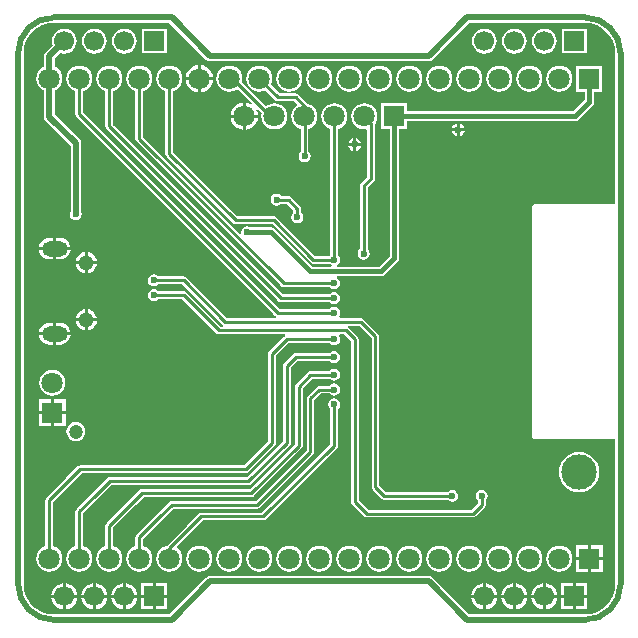
<source format=gbl>
G04 Layer_Physical_Order=2*
G04 Layer_Color=16711680*
%FSLAX44Y44*%
%MOMM*%
G71*
G01*
G75*
%ADD29C,0.2500*%
%ADD30C,0.2540*%
%ADD31C,0.4000*%
%ADD32C,0.5000*%
%ADD33C,1.8000*%
%ADD34R,1.8000X1.8000*%
%ADD35C,1.2000*%
%ADD36C,3.0000*%
%ADD37R,1.7000X1.7000*%
%ADD38C,1.7000*%
%ADD39R,1.8000X1.8000*%
%ADD40C,1.3000*%
%ADD41O,2.2000X1.3000*%
%ADD42C,0.6000*%
G36*
X28600Y504712D02*
X126699Y504712D01*
X157856Y473556D01*
X159344Y472561D01*
X161100Y472212D01*
X346100Y472212D01*
X346100Y472212D01*
X347856Y472561D01*
X349344Y473556D01*
X380500Y504712D01*
X477335Y504712D01*
X478600Y504712D01*
X479854Y504672D01*
X483574Y504306D01*
X488357Y502855D01*
X492765Y500499D01*
X496628Y497328D01*
X499799Y493465D01*
X502155Y489057D01*
X503606Y484274D01*
X504068Y479582D01*
X504012Y479300D01*
Y351339D01*
X436100D01*
X435320Y351184D01*
X434658Y350742D01*
X434216Y350080D01*
X434061Y349300D01*
Y154300D01*
X434216Y153520D01*
X434658Y152858D01*
X435320Y152416D01*
X436100Y152261D01*
X504012D01*
Y29300D01*
X504068Y29018D01*
X503606Y24326D01*
X502155Y19543D01*
X499799Y15135D01*
X496628Y11272D01*
X492765Y8101D01*
X488357Y5745D01*
X483574Y4294D01*
X478882Y3832D01*
X478600Y3888D01*
X380500Y3888D01*
X349344Y35044D01*
X349344Y35044D01*
X347856Y36039D01*
X346100Y36388D01*
X161100Y36388D01*
X159344Y36039D01*
X157856Y35044D01*
X126699Y3888D01*
X28600Y3888D01*
X28318Y3832D01*
X23626Y4294D01*
X18843Y5745D01*
X14435Y8101D01*
X10572Y11272D01*
X7401Y15135D01*
X5045Y19543D01*
X3594Y24326D01*
X3132Y29018D01*
X3188Y29300D01*
Y479300D01*
X3132Y479582D01*
X3594Y484274D01*
X5045Y489057D01*
X7401Y493465D01*
X10572Y497328D01*
X14435Y500499D01*
X18843Y502855D01*
X23626Y504306D01*
X28318Y504768D01*
X28600Y504712D01*
D02*
G37*
%LPC*%
G36*
X228200Y62195D02*
X225328Y61817D01*
X222652Y60708D01*
X220355Y58945D01*
X218591Y56647D01*
X217483Y53972D01*
X217105Y51100D01*
X217483Y48228D01*
X218591Y45553D01*
X220355Y43255D01*
X222652Y41491D01*
X225328Y40383D01*
X228200Y40005D01*
X231072Y40383D01*
X233748Y41491D01*
X236045Y43255D01*
X237808Y45553D01*
X238917Y48228D01*
X239295Y51100D01*
X238917Y53972D01*
X237808Y56647D01*
X236045Y58945D01*
X233748Y60708D01*
X231072Y61817D01*
X228200Y62195D01*
D02*
G37*
G36*
X202800D02*
X199928Y61817D01*
X197253Y60708D01*
X194955Y58945D01*
X193192Y56647D01*
X192083Y53972D01*
X191705Y51100D01*
X192083Y48228D01*
X193192Y45553D01*
X194955Y43255D01*
X197253Y41491D01*
X199928Y40383D01*
X202800Y40005D01*
X205672Y40383D01*
X208347Y41491D01*
X210645Y43255D01*
X212409Y45553D01*
X213517Y48228D01*
X213895Y51100D01*
X213517Y53972D01*
X212409Y56647D01*
X210645Y58945D01*
X208347Y60708D01*
X205672Y61817D01*
X202800Y62195D01*
D02*
G37*
G36*
X177400D02*
X174528Y61817D01*
X171852Y60708D01*
X169555Y58945D01*
X167792Y56647D01*
X166683Y53972D01*
X166305Y51100D01*
X166683Y48228D01*
X167792Y45553D01*
X169555Y43255D01*
X171852Y41491D01*
X174528Y40383D01*
X177400Y40005D01*
X180272Y40383D01*
X182948Y41491D01*
X185245Y43255D01*
X187008Y45553D01*
X188117Y48228D01*
X188495Y51100D01*
X188117Y53972D01*
X187008Y56647D01*
X185245Y58945D01*
X182948Y60708D01*
X180272Y61817D01*
X177400Y62195D01*
D02*
G37*
G36*
X253600D02*
X250728Y61817D01*
X248053Y60708D01*
X245755Y58945D01*
X243992Y56647D01*
X242883Y53972D01*
X242505Y51100D01*
X242883Y48228D01*
X243992Y45553D01*
X245755Y43255D01*
X248053Y41491D01*
X250728Y40383D01*
X253600Y40005D01*
X256472Y40383D01*
X259147Y41491D01*
X261445Y43255D01*
X263209Y45553D01*
X264317Y48228D01*
X264695Y51100D01*
X264317Y53972D01*
X263209Y56647D01*
X261445Y58945D01*
X259147Y60708D01*
X256472Y61817D01*
X253600Y62195D01*
D02*
G37*
G36*
X329800D02*
X326928Y61817D01*
X324253Y60708D01*
X321955Y58945D01*
X320191Y56647D01*
X319083Y53972D01*
X318705Y51100D01*
X319083Y48228D01*
X320191Y45553D01*
X321955Y43255D01*
X324253Y41491D01*
X326928Y40383D01*
X329800Y40005D01*
X332672Y40383D01*
X335348Y41491D01*
X337645Y43255D01*
X339408Y45553D01*
X340517Y48228D01*
X340895Y51100D01*
X340517Y53972D01*
X339408Y56647D01*
X337645Y58945D01*
X335348Y60708D01*
X332672Y61817D01*
X329800Y62195D01*
D02*
G37*
G36*
X304400D02*
X301528Y61817D01*
X298853Y60708D01*
X296555Y58945D01*
X294792Y56647D01*
X293683Y53972D01*
X293305Y51100D01*
X293683Y48228D01*
X294792Y45553D01*
X296555Y43255D01*
X298853Y41491D01*
X301528Y40383D01*
X304400Y40005D01*
X307272Y40383D01*
X309947Y41491D01*
X312245Y43255D01*
X314009Y45553D01*
X315117Y48228D01*
X315495Y51100D01*
X315117Y53972D01*
X314009Y56647D01*
X312245Y58945D01*
X309947Y60708D01*
X307272Y61817D01*
X304400Y62195D01*
D02*
G37*
G36*
X279000D02*
X276128Y61817D01*
X273452Y60708D01*
X271155Y58945D01*
X269391Y56647D01*
X268283Y53972D01*
X267905Y51100D01*
X268283Y48228D01*
X269391Y45553D01*
X271155Y43255D01*
X273452Y41491D01*
X276128Y40383D01*
X279000Y40005D01*
X281872Y40383D01*
X284548Y41491D01*
X286845Y43255D01*
X288608Y45553D01*
X289717Y48228D01*
X290095Y51100D01*
X289717Y53972D01*
X288608Y56647D01*
X286845Y58945D01*
X284548Y60708D01*
X281872Y61817D01*
X279000Y62195D01*
D02*
G37*
G36*
X445370Y30268D02*
Y20570D01*
X455068D01*
X454856Y22182D01*
X453743Y24868D01*
X451974Y27174D01*
X449668Y28943D01*
X446982Y30056D01*
X445370Y30268D01*
D02*
G37*
G36*
X419970D02*
Y20570D01*
X429668D01*
X429456Y22182D01*
X428343Y24868D01*
X426574Y27174D01*
X424268Y28943D01*
X421582Y30056D01*
X419970Y30268D01*
D02*
G37*
G36*
X480540Y30340D02*
X470770D01*
Y20570D01*
X480540D01*
Y30340D01*
D02*
G37*
G36*
X480930Y49830D02*
X470660D01*
Y39560D01*
X480930D01*
Y49830D01*
D02*
G37*
G36*
X152000Y62195D02*
X149128Y61817D01*
X146453Y60708D01*
X144155Y58945D01*
X142392Y56647D01*
X141283Y53972D01*
X140905Y51100D01*
X141283Y48228D01*
X142392Y45553D01*
X144155Y43255D01*
X146453Y41491D01*
X149128Y40383D01*
X152000Y40005D01*
X154872Y40383D01*
X157548Y41491D01*
X159845Y43255D01*
X161609Y45553D01*
X162717Y48228D01*
X163095Y51100D01*
X162717Y53972D01*
X161609Y56647D01*
X159845Y58945D01*
X157548Y60708D01*
X154872Y61817D01*
X152000Y62195D01*
D02*
G37*
G36*
X266100Y186898D02*
X264149Y186510D01*
X262495Y185405D01*
X261390Y183751D01*
X261002Y181800D01*
X261390Y179849D01*
X262495Y178195D01*
X262766Y178014D01*
Y148181D01*
X204719Y90134D01*
X153600D01*
X152324Y89880D01*
X151243Y89157D01*
X141243Y79158D01*
X141184Y79071D01*
X124257Y62143D01*
X124069Y61862D01*
X123728Y61817D01*
X121053Y60708D01*
X118755Y58945D01*
X116992Y56647D01*
X115883Y53972D01*
X115505Y51100D01*
X115883Y48228D01*
X116992Y45553D01*
X118755Y43255D01*
X121053Y41491D01*
X123728Y40383D01*
X126600Y40005D01*
X129472Y40383D01*
X132148Y41491D01*
X134445Y43255D01*
X136208Y45553D01*
X137317Y48228D01*
X137695Y51100D01*
X137317Y53972D01*
X136208Y56647D01*
X134445Y58945D01*
X132938Y60102D01*
X132855Y61369D01*
X145871Y74384D01*
X145957Y74442D01*
X154981Y83466D01*
X206100D01*
X207376Y83720D01*
X208458Y84443D01*
X268458Y144443D01*
X269180Y145524D01*
X269434Y146800D01*
Y178014D01*
X269705Y178195D01*
X270810Y179849D01*
X271198Y181800D01*
X270810Y183751D01*
X269705Y185405D01*
X268051Y186510D01*
X266100Y186898D01*
D02*
G37*
G36*
X493740Y49830D02*
X483470D01*
Y39560D01*
X493740D01*
Y49830D01*
D02*
G37*
G36*
X26230Y173330D02*
X15960D01*
Y163060D01*
X26230D01*
Y173330D01*
D02*
G37*
G36*
X47500Y166670D02*
X45412Y166395D01*
X43465Y165588D01*
X41794Y164306D01*
X40512Y162635D01*
X39706Y160689D01*
X39431Y158601D01*
X39706Y156512D01*
X40512Y154566D01*
X41794Y152895D01*
X43465Y151613D01*
X45412Y150807D01*
X47500Y150532D01*
X49588Y150807D01*
X51535Y151613D01*
X53206Y152895D01*
X54488Y154566D01*
X55294Y156512D01*
X55569Y158601D01*
X55294Y160689D01*
X54488Y162635D01*
X53206Y164306D01*
X51535Y165588D01*
X49588Y166395D01*
X47500Y166670D01*
D02*
G37*
G36*
X473600Y141382D02*
X470267Y141054D01*
X467063Y140082D01*
X464110Y138503D01*
X461521Y136379D01*
X459397Y133790D01*
X457818Y130837D01*
X456846Y127633D01*
X456518Y124300D01*
X456846Y120967D01*
X457818Y117763D01*
X459397Y114810D01*
X461521Y112221D01*
X464110Y110097D01*
X467063Y108518D01*
X470267Y107546D01*
X473600Y107218D01*
X476933Y107546D01*
X480137Y108518D01*
X483090Y110097D01*
X485679Y112221D01*
X487803Y114810D01*
X489382Y117763D01*
X490354Y120967D01*
X490682Y124300D01*
X490354Y127633D01*
X489382Y130837D01*
X487803Y133790D01*
X485679Y136379D01*
X483090Y138503D01*
X480137Y140082D01*
X476933Y141054D01*
X473600Y141382D01*
D02*
G37*
G36*
X39040Y173330D02*
X28770D01*
Y163060D01*
X39040D01*
Y173330D01*
D02*
G37*
G36*
X27500Y211095D02*
X24628Y210717D01*
X21953Y209608D01*
X19655Y207845D01*
X17891Y205547D01*
X16783Y202872D01*
X16405Y200000D01*
X16783Y197128D01*
X17891Y194453D01*
X19655Y192155D01*
X21953Y190392D01*
X24628Y189283D01*
X27500Y188905D01*
X30372Y189283D01*
X33047Y190392D01*
X35345Y192155D01*
X37109Y194453D01*
X38217Y197128D01*
X38595Y200000D01*
X38217Y202872D01*
X37109Y205547D01*
X35345Y207845D01*
X33047Y209608D01*
X30372Y210717D01*
X27500Y211095D01*
D02*
G37*
G36*
X39040Y186140D02*
X28770D01*
Y175870D01*
X39040D01*
Y186140D01*
D02*
G37*
G36*
X26230D02*
X15960D01*
Y175870D01*
X26230D01*
Y186140D01*
D02*
G37*
G36*
X406000Y62195D02*
X403128Y61817D01*
X400452Y60708D01*
X398155Y58945D01*
X396391Y56647D01*
X395283Y53972D01*
X394905Y51100D01*
X395283Y48228D01*
X396391Y45553D01*
X398155Y43255D01*
X400452Y41491D01*
X403128Y40383D01*
X406000Y40005D01*
X408872Y40383D01*
X411548Y41491D01*
X413845Y43255D01*
X415608Y45553D01*
X416717Y48228D01*
X417095Y51100D01*
X416717Y53972D01*
X415608Y56647D01*
X413845Y58945D01*
X411548Y60708D01*
X408872Y61817D01*
X406000Y62195D01*
D02*
G37*
G36*
X380600D02*
X377728Y61817D01*
X375052Y60708D01*
X372755Y58945D01*
X370992Y56647D01*
X369883Y53972D01*
X369505Y51100D01*
X369883Y48228D01*
X370992Y45553D01*
X372755Y43255D01*
X375052Y41491D01*
X377728Y40383D01*
X380600Y40005D01*
X383472Y40383D01*
X386147Y41491D01*
X388445Y43255D01*
X390209Y45553D01*
X391317Y48228D01*
X391695Y51100D01*
X391317Y53972D01*
X390209Y56647D01*
X388445Y58945D01*
X386147Y60708D01*
X383472Y61817D01*
X380600Y62195D01*
D02*
G37*
G36*
X355200D02*
X352328Y61817D01*
X349652Y60708D01*
X347355Y58945D01*
X345592Y56647D01*
X344483Y53972D01*
X344105Y51100D01*
X344483Y48228D01*
X345592Y45553D01*
X347355Y43255D01*
X349652Y41491D01*
X352328Y40383D01*
X355200Y40005D01*
X358072Y40383D01*
X360747Y41491D01*
X363045Y43255D01*
X364809Y45553D01*
X365917Y48228D01*
X366295Y51100D01*
X365917Y53972D01*
X364809Y56647D01*
X363045Y58945D01*
X360747Y60708D01*
X358072Y61817D01*
X355200Y62195D01*
D02*
G37*
G36*
X431400D02*
X428528Y61817D01*
X425853Y60708D01*
X423555Y58945D01*
X421791Y56647D01*
X420683Y53972D01*
X420305Y51100D01*
X420683Y48228D01*
X421791Y45553D01*
X423555Y43255D01*
X425853Y41491D01*
X428528Y40383D01*
X431400Y40005D01*
X434272Y40383D01*
X436948Y41491D01*
X439245Y43255D01*
X441008Y45553D01*
X442117Y48228D01*
X442495Y51100D01*
X442117Y53972D01*
X441008Y56647D01*
X439245Y58945D01*
X436948Y60708D01*
X434272Y61817D01*
X431400Y62195D01*
D02*
G37*
G36*
X493740Y62640D02*
X483470D01*
Y52370D01*
X493740D01*
Y62640D01*
D02*
G37*
G36*
X480930D02*
X470660D01*
Y52370D01*
X480930D01*
Y62640D01*
D02*
G37*
G36*
X456800Y62195D02*
X453928Y61817D01*
X451253Y60708D01*
X448955Y58945D01*
X447192Y56647D01*
X446083Y53972D01*
X445705Y51100D01*
X446083Y48228D01*
X447192Y45553D01*
X448955Y43255D01*
X451253Y41491D01*
X453928Y40383D01*
X456800Y40005D01*
X459672Y40383D01*
X462347Y41491D01*
X464645Y43255D01*
X466409Y45553D01*
X467517Y48228D01*
X467895Y51100D01*
X467517Y53972D01*
X466409Y56647D01*
X464645Y58945D01*
X462347Y60708D01*
X459672Y61817D01*
X456800Y62195D01*
D02*
G37*
G36*
X394570Y30268D02*
Y20570D01*
X404268D01*
X404056Y22182D01*
X402943Y24868D01*
X401174Y27174D01*
X398868Y28943D01*
X396182Y30056D01*
X394570Y30268D01*
D02*
G37*
G36*
X87230Y18030D02*
X77532D01*
X77744Y16418D01*
X78857Y13732D01*
X80626Y11426D01*
X82932Y9657D01*
X85618Y8544D01*
X87230Y8332D01*
Y18030D01*
D02*
G37*
G36*
X61830D02*
X52132D01*
X52344Y16418D01*
X53457Y13732D01*
X55226Y11426D01*
X57532Y9657D01*
X60218Y8544D01*
X61830Y8332D01*
Y18030D01*
D02*
G37*
G36*
X36430D02*
X26732D01*
X26944Y16418D01*
X28057Y13732D01*
X29826Y11426D01*
X32132Y9657D01*
X34818Y8544D01*
X36430Y8332D01*
Y18030D01*
D02*
G37*
G36*
X48668D02*
X38970D01*
Y8332D01*
X40582Y8544D01*
X43268Y9657D01*
X45574Y11426D01*
X47343Y13732D01*
X48456Y16418D01*
X48668Y18030D01*
D02*
G37*
G36*
X404268D02*
X394570D01*
Y8332D01*
X396182Y8544D01*
X398868Y9657D01*
X401174Y11426D01*
X402943Y13732D01*
X404056Y16418D01*
X404268Y18030D01*
D02*
G37*
G36*
X99468D02*
X89770D01*
Y8332D01*
X91382Y8544D01*
X94068Y9657D01*
X96374Y11426D01*
X98143Y13732D01*
X99256Y16418D01*
X99468Y18030D01*
D02*
G37*
G36*
X74068D02*
X64370D01*
Y8332D01*
X65982Y8544D01*
X68668Y9657D01*
X70974Y11426D01*
X72743Y13732D01*
X73856Y16418D01*
X74068Y18030D01*
D02*
G37*
G36*
X468230D02*
X458460D01*
Y8260D01*
X468230D01*
Y18030D01*
D02*
G37*
G36*
X124940D02*
X115170D01*
Y8260D01*
X124940D01*
Y18030D01*
D02*
G37*
G36*
X112630D02*
X102860D01*
Y8260D01*
X112630D01*
Y18030D01*
D02*
G37*
G36*
X480540D02*
X470770D01*
Y8260D01*
X480540D01*
Y18030D01*
D02*
G37*
G36*
X442830D02*
X433132D01*
X433344Y16418D01*
X434457Y13732D01*
X436226Y11426D01*
X438532Y9657D01*
X441218Y8544D01*
X442830Y8332D01*
Y18030D01*
D02*
G37*
G36*
X417430D02*
X407732D01*
X407944Y16418D01*
X409057Y13732D01*
X410826Y11426D01*
X413132Y9657D01*
X415818Y8544D01*
X417430Y8332D01*
Y18030D01*
D02*
G37*
G36*
X392030D02*
X382332D01*
X382544Y16418D01*
X383657Y13732D01*
X385426Y11426D01*
X387732Y9657D01*
X390418Y8544D01*
X392030Y8332D01*
Y18030D01*
D02*
G37*
G36*
X61830Y30268D02*
X60218Y30056D01*
X57532Y28943D01*
X55226Y27174D01*
X53457Y24868D01*
X52344Y22182D01*
X52132Y20570D01*
X61830D01*
Y30268D01*
D02*
G37*
G36*
X36430D02*
X34818Y30056D01*
X32132Y28943D01*
X29826Y27174D01*
X28057Y24868D01*
X26944Y22182D01*
X26732Y20570D01*
X36430D01*
Y30268D01*
D02*
G37*
G36*
X87230D02*
X85618Y30056D01*
X82932Y28943D01*
X80626Y27174D01*
X78857Y24868D01*
X77744Y22182D01*
X77532Y20570D01*
X87230D01*
Y30268D01*
D02*
G37*
G36*
X89770D02*
Y20570D01*
X99468D01*
X99256Y22182D01*
X98143Y24868D01*
X96374Y27174D01*
X94068Y28943D01*
X91382Y30056D01*
X89770Y30268D01*
D02*
G37*
G36*
X124940Y30340D02*
X115170D01*
Y20570D01*
X124940D01*
Y30340D01*
D02*
G37*
G36*
X64370Y30268D02*
Y20570D01*
X74068D01*
X73856Y22182D01*
X72743Y24868D01*
X70974Y27174D01*
X68668Y28943D01*
X65982Y30056D01*
X64370Y30268D01*
D02*
G37*
G36*
X38970D02*
Y20570D01*
X48668D01*
X48456Y22182D01*
X47343Y24868D01*
X45574Y27174D01*
X43268Y28943D01*
X40582Y30056D01*
X38970Y30268D01*
D02*
G37*
G36*
X468230Y30340D02*
X458460D01*
Y20570D01*
X468230D01*
Y30340D01*
D02*
G37*
G36*
X455068Y18030D02*
X445370D01*
Y8332D01*
X446982Y8544D01*
X449668Y9657D01*
X451974Y11426D01*
X453743Y13732D01*
X454856Y16418D01*
X455068Y18030D01*
D02*
G37*
G36*
X429668D02*
X419970D01*
Y8332D01*
X421582Y8544D01*
X424268Y9657D01*
X426574Y11426D01*
X428343Y13732D01*
X429456Y16418D01*
X429668Y18030D01*
D02*
G37*
G36*
X112630Y30340D02*
X102860D01*
Y20570D01*
X112630D01*
Y30340D01*
D02*
G37*
G36*
X442830Y30268D02*
X441218Y30056D01*
X438532Y28943D01*
X436226Y27174D01*
X434457Y24868D01*
X433344Y22182D01*
X433132Y20570D01*
X442830D01*
Y30268D01*
D02*
G37*
G36*
X417430D02*
X415818Y30056D01*
X413132Y28943D01*
X410826Y27174D01*
X409057Y24868D01*
X407944Y22182D01*
X407732Y20570D01*
X417430D01*
Y30268D01*
D02*
G37*
G36*
X392030D02*
X390418Y30056D01*
X387732Y28943D01*
X385426Y27174D01*
X383657Y24868D01*
X382544Y22182D01*
X382332Y20570D01*
X392030D01*
Y30268D01*
D02*
G37*
G36*
X266100Y199398D02*
X264149Y199010D01*
X262495Y197905D01*
X262314Y197634D01*
X253600D01*
X252324Y197380D01*
X251243Y196658D01*
X243743Y189158D01*
X243020Y188076D01*
X242766Y186800D01*
Y143181D01*
X199719Y100134D01*
X128600D01*
X127324Y99880D01*
X126243Y99157D01*
X116243Y89157D01*
X116184Y89071D01*
X98857Y71743D01*
X98139Y70668D01*
X97886Y69400D01*
Y61634D01*
X95653Y60708D01*
X93355Y58945D01*
X91592Y56647D01*
X90483Y53972D01*
X90105Y51100D01*
X90483Y48228D01*
X91592Y45553D01*
X93355Y43255D01*
X95653Y41491D01*
X98328Y40383D01*
X101200Y40005D01*
X104072Y40383D01*
X106748Y41491D01*
X109045Y43255D01*
X110808Y45553D01*
X111917Y48228D01*
X112295Y51100D01*
X111917Y53972D01*
X110808Y56647D01*
X109045Y58945D01*
X106748Y60708D01*
X104514Y61634D01*
Y68027D01*
X120871Y84384D01*
X120957Y84443D01*
X129981Y93466D01*
X201100D01*
X202376Y93720D01*
X203458Y94443D01*
X248458Y139442D01*
X249180Y140524D01*
X249434Y141800D01*
Y185419D01*
X254981Y190966D01*
X262314D01*
X262495Y190695D01*
X264149Y189590D01*
X266100Y189202D01*
X268051Y189590D01*
X269705Y190695D01*
X270810Y192349D01*
X271198Y194300D01*
X270810Y196251D01*
X269705Y197905D01*
X268051Y199010D01*
X266100Y199398D01*
D02*
G37*
G36*
X228200Y468595D02*
X225328Y468217D01*
X222652Y467108D01*
X220355Y465345D01*
X218591Y463047D01*
X217483Y460372D01*
X217105Y457500D01*
X217483Y454628D01*
X218591Y451953D01*
X220355Y449655D01*
X222652Y447892D01*
X225328Y446783D01*
X228200Y446405D01*
X231072Y446783D01*
X233748Y447892D01*
X236045Y449655D01*
X237808Y451953D01*
X238917Y454628D01*
X239295Y457500D01*
X238917Y460372D01*
X237808Y463047D01*
X236045Y465345D01*
X233748Y467108D01*
X231072Y468217D01*
X228200Y468595D01*
D02*
G37*
G36*
X163472Y456230D02*
X153270D01*
Y446028D01*
X155013Y446257D01*
X157820Y447420D01*
X160230Y449270D01*
X162080Y451680D01*
X163243Y454487D01*
X163472Y456230D01*
D02*
G37*
G36*
X150730D02*
X140528D01*
X140757Y454487D01*
X141920Y451680D01*
X143770Y449270D01*
X146180Y447420D01*
X148988Y446257D01*
X150730Y446028D01*
Y456230D01*
D02*
G37*
G36*
X253600Y468595D02*
X250728Y468217D01*
X248053Y467108D01*
X245755Y465345D01*
X243992Y463047D01*
X242883Y460372D01*
X242505Y457500D01*
X242883Y454628D01*
X243992Y451953D01*
X245755Y449655D01*
X248053Y447892D01*
X250728Y446783D01*
X253600Y446405D01*
X256472Y446783D01*
X259147Y447892D01*
X261445Y449655D01*
X263209Y451953D01*
X264317Y454628D01*
X264695Y457500D01*
X264317Y460372D01*
X263209Y463047D01*
X261445Y465345D01*
X259147Y467108D01*
X256472Y468217D01*
X253600Y468595D01*
D02*
G37*
G36*
X329800D02*
X326928Y468217D01*
X324253Y467108D01*
X321955Y465345D01*
X320191Y463047D01*
X319083Y460372D01*
X318705Y457500D01*
X319083Y454628D01*
X320191Y451953D01*
X321955Y449655D01*
X324253Y447892D01*
X326928Y446783D01*
X329800Y446405D01*
X332672Y446783D01*
X335348Y447892D01*
X337645Y449655D01*
X339408Y451953D01*
X340517Y454628D01*
X340895Y457500D01*
X340517Y460372D01*
X339408Y463047D01*
X337645Y465345D01*
X335348Y467108D01*
X332672Y468217D01*
X329800Y468595D01*
D02*
G37*
G36*
X304400D02*
X301528Y468217D01*
X298853Y467108D01*
X296555Y465345D01*
X294792Y463047D01*
X293683Y460372D01*
X293305Y457500D01*
X293683Y454628D01*
X294792Y451953D01*
X296555Y449655D01*
X298853Y447892D01*
X301528Y446783D01*
X304400Y446405D01*
X307272Y446783D01*
X309947Y447892D01*
X312245Y449655D01*
X314009Y451953D01*
X315117Y454628D01*
X315495Y457500D01*
X315117Y460372D01*
X314009Y463047D01*
X312245Y465345D01*
X309947Y467108D01*
X307272Y468217D01*
X304400Y468595D01*
D02*
G37*
G36*
X279000D02*
X276128Y468217D01*
X273452Y467108D01*
X271155Y465345D01*
X269391Y463047D01*
X268283Y460372D01*
X267905Y457500D01*
X268283Y454628D01*
X269391Y451953D01*
X271155Y449655D01*
X273452Y447892D01*
X276128Y446783D01*
X279000Y446405D01*
X281872Y446783D01*
X284548Y447892D01*
X286845Y449655D01*
X288608Y451953D01*
X289717Y454628D01*
X290095Y457500D01*
X289717Y460372D01*
X288608Y463047D01*
X286845Y465345D01*
X284548Y467108D01*
X281872Y468217D01*
X279000Y468595D01*
D02*
G37*
G36*
X201572Y424430D02*
X191370D01*
Y414228D01*
X193113Y414457D01*
X195920Y415620D01*
X198330Y417470D01*
X200180Y419880D01*
X201343Y422687D01*
X201572Y424430D01*
D02*
G37*
G36*
X188830D02*
X178628D01*
X178857Y422687D01*
X180020Y419880D01*
X181870Y417470D01*
X184280Y415620D01*
X187087Y414457D01*
X188830Y414228D01*
Y424430D01*
D02*
G37*
G36*
X376496Y413030D02*
X372370D01*
Y408904D01*
X373262Y409081D01*
X375094Y410306D01*
X376319Y412138D01*
X376496Y413030D01*
D02*
G37*
G36*
X369830Y419696D02*
X368938Y419519D01*
X367106Y418294D01*
X365881Y416462D01*
X365704Y415570D01*
X369830D01*
Y419696D01*
D02*
G37*
G36*
X177400Y468595D02*
X174528Y468217D01*
X171852Y467108D01*
X169555Y465345D01*
X167792Y463047D01*
X166683Y460372D01*
X166305Y457500D01*
X166683Y454628D01*
X167792Y451953D01*
X169555Y449655D01*
X171852Y447892D01*
X174528Y446783D01*
X177400Y446405D01*
X180272Y446783D01*
X182948Y447892D01*
X184291Y448923D01*
X196157Y437056D01*
X195438Y435980D01*
X193113Y436943D01*
X191370Y437172D01*
Y426970D01*
X201572D01*
X201343Y428713D01*
X200380Y431038D01*
X201456Y431758D01*
X204767Y428447D01*
X204405Y425700D01*
X204783Y422828D01*
X205891Y420153D01*
X207655Y417855D01*
X209953Y416091D01*
X212628Y414983D01*
X215500Y414605D01*
X218372Y414983D01*
X221047Y416091D01*
X223345Y417855D01*
X225109Y420153D01*
X226217Y422828D01*
X226595Y425700D01*
X226217Y428572D01*
X225109Y431247D01*
X223345Y433545D01*
X221047Y435308D01*
X218372Y436417D01*
X215500Y436795D01*
X212628Y436417D01*
X209953Y435308D01*
X208439Y434147D01*
X188070Y454516D01*
X188117Y454628D01*
X188495Y457500D01*
X188117Y460372D01*
X187008Y463047D01*
X185245Y465345D01*
X182948Y467108D01*
X180272Y468217D01*
X177400Y468595D01*
D02*
G37*
G36*
X188830Y437172D02*
X187087Y436943D01*
X184280Y435780D01*
X181870Y433930D01*
X180020Y431520D01*
X178857Y428713D01*
X178628Y426970D01*
X188830D01*
Y437172D01*
D02*
G37*
G36*
X372370Y419696D02*
Y415570D01*
X376496D01*
X376319Y416462D01*
X375094Y418294D01*
X373262Y419519D01*
X372370Y419696D01*
D02*
G37*
G36*
X355200Y468595D02*
X352328Y468217D01*
X349652Y467108D01*
X347355Y465345D01*
X345592Y463047D01*
X344483Y460372D01*
X344105Y457500D01*
X344483Y454628D01*
X345592Y451953D01*
X347355Y449655D01*
X349652Y447892D01*
X352328Y446783D01*
X355200Y446405D01*
X358072Y446783D01*
X360747Y447892D01*
X363045Y449655D01*
X364809Y451953D01*
X365917Y454628D01*
X366295Y457500D01*
X365917Y460372D01*
X364809Y463047D01*
X363045Y465345D01*
X360747Y467108D01*
X358072Y468217D01*
X355200Y468595D01*
D02*
G37*
G36*
X393300Y499891D02*
X390559Y499530D01*
X388005Y498472D01*
X385811Y496789D01*
X384128Y494595D01*
X383070Y492041D01*
X382709Y489300D01*
X383070Y486559D01*
X384128Y484005D01*
X385811Y481811D01*
X388005Y480128D01*
X390559Y479070D01*
X393300Y478709D01*
X396041Y479070D01*
X398595Y480128D01*
X400789Y481811D01*
X402472Y484005D01*
X403530Y486559D01*
X403891Y489300D01*
X403530Y492041D01*
X402472Y494595D01*
X400789Y496789D01*
X398595Y498472D01*
X396041Y499530D01*
X393300Y499891D01*
D02*
G37*
G36*
X88500D02*
X85759Y499530D01*
X83205Y498472D01*
X81011Y496789D01*
X79328Y494595D01*
X78270Y492041D01*
X77909Y489300D01*
X78270Y486559D01*
X79328Y484005D01*
X81011Y481811D01*
X83205Y480128D01*
X85759Y479070D01*
X88500Y478709D01*
X91241Y479070D01*
X93795Y480128D01*
X95989Y481811D01*
X97672Y484005D01*
X98730Y486559D01*
X99091Y489300D01*
X98730Y492041D01*
X97672Y494595D01*
X95989Y496789D01*
X93795Y498472D01*
X91241Y499530D01*
X88500Y499891D01*
D02*
G37*
G36*
X63100D02*
X60359Y499530D01*
X57805Y498472D01*
X55611Y496789D01*
X53928Y494595D01*
X52870Y492041D01*
X52509Y489300D01*
X52870Y486559D01*
X53928Y484005D01*
X55611Y481811D01*
X57805Y480128D01*
X60359Y479070D01*
X63100Y478709D01*
X65841Y479070D01*
X68395Y480128D01*
X70589Y481811D01*
X72272Y484005D01*
X73330Y486559D01*
X73691Y489300D01*
X73330Y492041D01*
X72272Y494595D01*
X70589Y496789D01*
X68395Y498472D01*
X65841Y499530D01*
X63100Y499891D01*
D02*
G37*
G36*
X418700D02*
X415959Y499530D01*
X413405Y498472D01*
X411211Y496789D01*
X409528Y494595D01*
X408470Y492041D01*
X408109Y489300D01*
X408470Y486559D01*
X409528Y484005D01*
X411211Y481811D01*
X413405Y480128D01*
X415959Y479070D01*
X418700Y478709D01*
X421441Y479070D01*
X423995Y480128D01*
X426189Y481811D01*
X427872Y484005D01*
X428930Y486559D01*
X429291Y489300D01*
X428930Y492041D01*
X427872Y494595D01*
X426189Y496789D01*
X423995Y498472D01*
X421441Y499530D01*
X418700Y499891D01*
D02*
G37*
G36*
X480000Y499800D02*
X459000D01*
Y478800D01*
X480000D01*
Y499800D01*
D02*
G37*
G36*
X124400D02*
X103400D01*
Y478800D01*
X124400D01*
Y499800D01*
D02*
G37*
G36*
X444100Y499891D02*
X441359Y499530D01*
X438805Y498472D01*
X436611Y496789D01*
X434928Y494595D01*
X433870Y492041D01*
X433509Y489300D01*
X433870Y486559D01*
X434928Y484005D01*
X436611Y481811D01*
X438805Y480128D01*
X441359Y479070D01*
X444100Y478709D01*
X446841Y479070D01*
X449395Y480128D01*
X451589Y481811D01*
X453272Y484005D01*
X454330Y486559D01*
X454691Y489300D01*
X454330Y492041D01*
X453272Y494595D01*
X451589Y496789D01*
X449395Y498472D01*
X446841Y499530D01*
X444100Y499891D01*
D02*
G37*
G36*
X431400Y468595D02*
X428528Y468217D01*
X425853Y467108D01*
X423555Y465345D01*
X421791Y463047D01*
X420683Y460372D01*
X420305Y457500D01*
X420683Y454628D01*
X421791Y451953D01*
X423555Y449655D01*
X425853Y447892D01*
X428528Y446783D01*
X431400Y446405D01*
X434272Y446783D01*
X436948Y447892D01*
X439245Y449655D01*
X441008Y451953D01*
X442117Y454628D01*
X442495Y457500D01*
X442117Y460372D01*
X441008Y463047D01*
X439245Y465345D01*
X436948Y467108D01*
X434272Y468217D01*
X431400Y468595D01*
D02*
G37*
G36*
X406000D02*
X403128Y468217D01*
X400452Y467108D01*
X398155Y465345D01*
X396391Y463047D01*
X395283Y460372D01*
X394905Y457500D01*
X395283Y454628D01*
X396391Y451953D01*
X398155Y449655D01*
X400452Y447892D01*
X403128Y446783D01*
X406000Y446405D01*
X408872Y446783D01*
X411548Y447892D01*
X413845Y449655D01*
X415608Y451953D01*
X416717Y454628D01*
X417095Y457500D01*
X416717Y460372D01*
X415608Y463047D01*
X413845Y465345D01*
X411548Y467108D01*
X408872Y468217D01*
X406000Y468595D01*
D02*
G37*
G36*
X380600D02*
X377728Y468217D01*
X375052Y467108D01*
X372755Y465345D01*
X370992Y463047D01*
X369883Y460372D01*
X369505Y457500D01*
X369883Y454628D01*
X370992Y451953D01*
X372755Y449655D01*
X375052Y447892D01*
X377728Y446783D01*
X380600Y446405D01*
X383472Y446783D01*
X386147Y447892D01*
X388445Y449655D01*
X390209Y451953D01*
X391317Y454628D01*
X391695Y457500D01*
X391317Y460372D01*
X390209Y463047D01*
X388445Y465345D01*
X386147Y467108D01*
X383472Y468217D01*
X380600Y468595D01*
D02*
G37*
G36*
X456800D02*
X453928Y468217D01*
X451253Y467108D01*
X448955Y465345D01*
X447192Y463047D01*
X446083Y460372D01*
X445705Y457500D01*
X446083Y454628D01*
X447192Y451953D01*
X448955Y449655D01*
X451253Y447892D01*
X453928Y446783D01*
X456800Y446405D01*
X459672Y446783D01*
X462347Y447892D01*
X464645Y449655D01*
X466409Y451953D01*
X467517Y454628D01*
X467895Y457500D01*
X467517Y460372D01*
X466409Y463047D01*
X464645Y465345D01*
X462347Y467108D01*
X459672Y468217D01*
X456800Y468595D01*
D02*
G37*
G36*
X37700Y499891D02*
X34959Y499530D01*
X32405Y498472D01*
X30211Y496789D01*
X28528Y494595D01*
X27470Y492041D01*
X27109Y489300D01*
X27470Y486559D01*
X27763Y485852D01*
X21756Y479844D01*
X20761Y478356D01*
X20412Y476600D01*
Y467506D01*
X19453Y467108D01*
X17155Y465345D01*
X15391Y463047D01*
X14283Y460372D01*
X13905Y457500D01*
X14283Y454628D01*
X15391Y451953D01*
X17155Y449655D01*
X19453Y447892D01*
X20412Y447494D01*
Y425300D01*
X20761Y423544D01*
X21756Y422056D01*
X42912Y400900D01*
Y344633D01*
X42790Y344451D01*
X42402Y342500D01*
X42790Y340549D01*
X43895Y338895D01*
X45549Y337790D01*
X47500Y337402D01*
X49451Y337790D01*
X51105Y338895D01*
X52210Y340549D01*
X52598Y342500D01*
X52210Y344451D01*
X52088Y344633D01*
Y402800D01*
X51739Y404556D01*
X50744Y406044D01*
X29588Y427201D01*
Y447494D01*
X30547Y447892D01*
X32845Y449655D01*
X34609Y451953D01*
X35717Y454628D01*
X36095Y457500D01*
X35717Y460372D01*
X34609Y463047D01*
X32845Y465345D01*
X30547Y467108D01*
X29588Y467506D01*
Y474700D01*
X34252Y479363D01*
X34959Y479070D01*
X37700Y478709D01*
X40441Y479070D01*
X42995Y480128D01*
X45189Y481811D01*
X46872Y484005D01*
X47930Y486559D01*
X48291Y489300D01*
X47930Y492041D01*
X46872Y494595D01*
X45189Y496789D01*
X42995Y498472D01*
X40441Y499530D01*
X37700Y499891D01*
D02*
G37*
G36*
X153270Y468972D02*
Y458770D01*
X163472D01*
X163243Y460513D01*
X162080Y463320D01*
X160230Y465730D01*
X157820Y467580D01*
X155013Y468743D01*
X153270Y468972D01*
D02*
G37*
G36*
X150730D02*
X148988Y468743D01*
X146180Y467580D01*
X143770Y465730D01*
X141920Y463320D01*
X140757Y460513D01*
X140528Y458770D01*
X150730D01*
Y468972D01*
D02*
G37*
G36*
X57448Y262201D02*
Y254520D01*
X65128D01*
X64985Y255610D01*
X64074Y257809D01*
X62625Y259697D01*
X60736Y261147D01*
X58537Y262057D01*
X57448Y262201D01*
D02*
G37*
G36*
X54907Y262201D02*
X53818Y262057D01*
X51618Y261147D01*
X49730Y259697D01*
X48281Y257809D01*
X47370Y255610D01*
X47227Y254520D01*
X54907D01*
Y262201D01*
D02*
G37*
G36*
Y251980D02*
X47227D01*
X47370Y250890D01*
X48281Y248691D01*
X49730Y246803D01*
X51618Y245354D01*
X53818Y244443D01*
X54907Y244299D01*
Y251980D01*
D02*
G37*
G36*
X50400Y468595D02*
X47528Y468217D01*
X44852Y467108D01*
X42555Y465345D01*
X40792Y463047D01*
X39683Y460372D01*
X39305Y457500D01*
X39683Y454628D01*
X40792Y451953D01*
X42555Y449655D01*
X44852Y447892D01*
X47086Y446966D01*
Y427500D01*
X47339Y426232D01*
X48057Y425157D01*
X216257Y256957D01*
X217115Y256384D01*
X217002Y255372D01*
X216903Y255114D01*
X174973D01*
X140943Y289143D01*
X139868Y289861D01*
X138600Y290114D01*
X117399D01*
X117205Y290405D01*
X115551Y291510D01*
X113600Y291898D01*
X111649Y291510D01*
X109995Y290405D01*
X108890Y288751D01*
X108502Y286800D01*
X108890Y284849D01*
X109995Y283195D01*
X111649Y282090D01*
X113600Y281702D01*
X115551Y282090D01*
X117205Y283195D01*
X117399Y283486D01*
X137227D01*
X171257Y249457D01*
X172115Y248884D01*
X172002Y247872D01*
X171904Y247614D01*
X169973D01*
X140943Y276643D01*
X139868Y277361D01*
X138600Y277614D01*
X117399D01*
X117205Y277905D01*
X115551Y279010D01*
X113600Y279398D01*
X111649Y279010D01*
X109995Y277905D01*
X108890Y276251D01*
X108502Y274300D01*
X108890Y272349D01*
X109995Y270695D01*
X111649Y269590D01*
X113600Y269202D01*
X115551Y269590D01*
X117205Y270695D01*
X117399Y270986D01*
X137227D01*
X166257Y241957D01*
X167332Y241239D01*
X168600Y240986D01*
X224368D01*
X224372Y240975D01*
X224579Y239716D01*
X223743Y239158D01*
X211243Y226658D01*
X210520Y225576D01*
X210266Y224300D01*
Y150681D01*
X189719Y130134D01*
X51100D01*
X49824Y129880D01*
X48742Y129157D01*
X38742Y119157D01*
X38684Y119071D01*
X22657Y103043D01*
X21939Y101968D01*
X21686Y100700D01*
Y61634D01*
X19453Y60708D01*
X17155Y58945D01*
X15391Y56647D01*
X14283Y53972D01*
X13905Y51100D01*
X14283Y48228D01*
X15391Y45553D01*
X17155Y43255D01*
X19453Y41491D01*
X22128Y40383D01*
X25000Y40005D01*
X27872Y40383D01*
X30547Y41491D01*
X32845Y43255D01*
X34609Y45553D01*
X35717Y48228D01*
X36095Y51100D01*
X35717Y53972D01*
X34609Y56647D01*
X32845Y58945D01*
X30547Y60708D01*
X28314Y61634D01*
Y99327D01*
X43371Y114384D01*
X43457Y114443D01*
X52481Y123466D01*
X191100D01*
X192376Y123720D01*
X193458Y124443D01*
X215958Y146943D01*
X216680Y148024D01*
X216934Y149300D01*
Y222919D01*
X227481Y233466D01*
X262314D01*
X262495Y233195D01*
X264149Y232090D01*
X266100Y231702D01*
X268051Y232090D01*
X269705Y233195D01*
X270810Y234849D01*
X271198Y236800D01*
X270810Y238751D01*
X270165Y239716D01*
X270844Y240986D01*
X274727D01*
X280286Y235427D01*
Y99300D01*
X280539Y98032D01*
X281257Y96957D01*
X291257Y86957D01*
X292332Y86239D01*
X293600Y85986D01*
X383600D01*
X384868Y86239D01*
X385943Y86957D01*
X393443Y94457D01*
X394161Y95532D01*
X394414Y96800D01*
Y100501D01*
X394705Y100695D01*
X395810Y102349D01*
X396198Y104300D01*
X395810Y106251D01*
X394705Y107905D01*
X393051Y109010D01*
X391100Y109398D01*
X389149Y109010D01*
X387495Y107905D01*
X386390Y106251D01*
X386002Y104300D01*
X386390Y102349D01*
X387495Y100695D01*
X387786Y100501D01*
Y98173D01*
X382228Y92614D01*
X294973D01*
X286914Y100673D01*
Y236800D01*
X286661Y238068D01*
X285943Y239143D01*
X278443Y246643D01*
X277585Y247216D01*
X277698Y248228D01*
X277796Y248486D01*
X287227D01*
X297786Y237927D01*
Y111800D01*
X298039Y110532D01*
X298757Y109457D01*
X306257Y101957D01*
X307332Y101239D01*
X308600Y100986D01*
X362301D01*
X362495Y100695D01*
X364149Y99590D01*
X366100Y99202D01*
X368051Y99590D01*
X369705Y100695D01*
X370810Y102349D01*
X371198Y104300D01*
X370810Y106251D01*
X369705Y107905D01*
X368051Y109010D01*
X366100Y109398D01*
X364149Y109010D01*
X362495Y107905D01*
X362301Y107614D01*
X309973D01*
X304414Y113173D01*
Y239300D01*
X304161Y240568D01*
X303443Y241643D01*
X290943Y254143D01*
X289868Y254861D01*
X288600Y255114D01*
X270844D01*
X270165Y256384D01*
X270810Y257349D01*
X271198Y259300D01*
X270810Y261251D01*
X269705Y262905D01*
X268051Y264010D01*
X266100Y264398D01*
X264149Y264010D01*
X262495Y262905D01*
X262301Y262614D01*
X219973D01*
X53714Y428872D01*
Y446966D01*
X55947Y447892D01*
X58245Y449655D01*
X60009Y451953D01*
X61117Y454628D01*
X61495Y457500D01*
X61117Y460372D01*
X60009Y463047D01*
X58245Y465345D01*
X55947Y467108D01*
X53272Y468217D01*
X50400Y468595D01*
D02*
G37*
G36*
X54907Y300480D02*
X47227D01*
X47370Y299390D01*
X48281Y297191D01*
X49730Y295303D01*
X51618Y293853D01*
X53818Y292943D01*
X54907Y292799D01*
Y300480D01*
D02*
G37*
G36*
X65128D02*
X57448D01*
Y292799D01*
X58537Y292943D01*
X60736Y293853D01*
X62625Y295303D01*
X64074Y297191D01*
X64985Y299390D01*
X65128Y300480D01*
D02*
G37*
G36*
X75800Y468595D02*
X72928Y468217D01*
X70252Y467108D01*
X67955Y465345D01*
X66192Y463047D01*
X65083Y460372D01*
X64705Y457500D01*
X65083Y454628D01*
X66192Y451953D01*
X67955Y449655D01*
X70252Y447892D01*
X72486Y446966D01*
Y417100D01*
X72739Y415832D01*
X73457Y414757D01*
X218757Y269457D01*
X219832Y268739D01*
X221100Y268486D01*
X262301D01*
X262495Y268195D01*
X264149Y267090D01*
X266100Y266702D01*
X268051Y267090D01*
X269705Y268195D01*
X270810Y269849D01*
X271198Y271800D01*
X270810Y273751D01*
X269705Y275405D01*
X268051Y276510D01*
X266100Y276898D01*
X264149Y276510D01*
X262495Y275405D01*
X262301Y275114D01*
X222473D01*
X79114Y418473D01*
Y446966D01*
X81348Y447892D01*
X83645Y449655D01*
X85408Y451953D01*
X86517Y454628D01*
X86895Y457500D01*
X86517Y460372D01*
X85408Y463047D01*
X83645Y465345D01*
X81348Y467108D01*
X78672Y468217D01*
X75800Y468595D01*
D02*
G37*
G36*
X28207Y240230D02*
X16026D01*
X16170Y239140D01*
X17080Y236941D01*
X18529Y235053D01*
X20418Y233604D01*
X22617Y232693D01*
X24977Y232382D01*
X28207D01*
Y240230D01*
D02*
G37*
G36*
X266100Y226898D02*
X264149Y226510D01*
X262495Y225405D01*
X262314Y225134D01*
X233600D01*
X232324Y224880D01*
X231243Y224158D01*
X223743Y216658D01*
X223020Y215576D01*
X222766Y214300D01*
Y150681D01*
X192219Y120134D01*
X76100D01*
X74824Y119880D01*
X73742Y119157D01*
X61242Y106657D01*
X61184Y106571D01*
X48057Y93443D01*
X47339Y92368D01*
X47086Y91100D01*
Y61634D01*
X44852Y60708D01*
X42555Y58945D01*
X40792Y56647D01*
X39683Y53972D01*
X39305Y51100D01*
X39683Y48228D01*
X40792Y45553D01*
X42555Y43255D01*
X44852Y41491D01*
X47528Y40383D01*
X50400Y40005D01*
X53272Y40383D01*
X55947Y41491D01*
X58245Y43255D01*
X60009Y45553D01*
X61117Y48228D01*
X61495Y51100D01*
X61117Y53972D01*
X60009Y56647D01*
X58245Y58945D01*
X55947Y60708D01*
X53714Y61634D01*
Y89727D01*
X65871Y101884D01*
X65957Y101943D01*
X77481Y113466D01*
X193600D01*
X194876Y113720D01*
X195958Y114443D01*
X228458Y146943D01*
X229180Y148024D01*
X229434Y149300D01*
Y212919D01*
X234981Y218466D01*
X262314D01*
X262495Y218195D01*
X264149Y217090D01*
X266100Y216702D01*
X268051Y217090D01*
X269705Y218195D01*
X270810Y219849D01*
X271198Y221800D01*
X270810Y223751D01*
X269705Y225405D01*
X268051Y226510D01*
X266100Y226898D01*
D02*
G37*
G36*
Y211898D02*
X264149Y211510D01*
X262495Y210405D01*
X262314Y210134D01*
X246100D01*
X244824Y209880D01*
X243743Y209158D01*
X233743Y199158D01*
X233020Y198076D01*
X232766Y196800D01*
Y148181D01*
X194719Y110134D01*
X103600D01*
X102324Y109880D01*
X101242Y109157D01*
X93693Y101608D01*
X93634Y101521D01*
X73457Y81343D01*
X72739Y80268D01*
X72486Y79000D01*
Y61634D01*
X70252Y60708D01*
X67955Y58945D01*
X66192Y56647D01*
X65083Y53972D01*
X64705Y51100D01*
X65083Y48228D01*
X66192Y45553D01*
X67955Y43255D01*
X70252Y41491D01*
X72928Y40383D01*
X75800Y40005D01*
X78672Y40383D01*
X81348Y41491D01*
X83645Y43255D01*
X85408Y45553D01*
X86517Y48228D01*
X86895Y51100D01*
X86517Y53972D01*
X85408Y56647D01*
X83645Y58945D01*
X81348Y60708D01*
X79114Y61634D01*
Y77628D01*
X98321Y96834D01*
X98407Y96892D01*
X104981Y103466D01*
X196100D01*
X197376Y103720D01*
X198458Y104443D01*
X238458Y144443D01*
X239180Y145524D01*
X239434Y146800D01*
Y195419D01*
X247481Y203466D01*
X262314D01*
X262495Y203195D01*
X264149Y202090D01*
X266100Y201702D01*
X268051Y202090D01*
X269705Y203195D01*
X270810Y204849D01*
X271198Y206800D01*
X270810Y208751D01*
X269705Y210405D01*
X268051Y211510D01*
X266100Y211898D01*
D02*
G37*
G36*
X42928Y240230D02*
X30747D01*
Y232382D01*
X33977D01*
X36337Y232693D01*
X38536Y233604D01*
X40424Y235053D01*
X41873Y236941D01*
X42784Y239140D01*
X42928Y240230D01*
D02*
G37*
G36*
X65128Y251980D02*
X57448D01*
Y244299D01*
X58537Y244443D01*
X60736Y245354D01*
X62625Y246803D01*
X64074Y248691D01*
X64985Y250890D01*
X65128Y251980D01*
D02*
G37*
G36*
X33977Y250618D02*
X30747D01*
Y242770D01*
X42927D01*
X42784Y243860D01*
X41873Y246059D01*
X40424Y247948D01*
X38536Y249396D01*
X36337Y250307D01*
X33977Y250618D01*
D02*
G37*
G36*
X28207D02*
X24977D01*
X22617Y250307D01*
X20418Y249396D01*
X18529Y247948D01*
X17080Y246059D01*
X16170Y243860D01*
X16026Y242770D01*
X28207D01*
Y250618D01*
D02*
G37*
G36*
X126600Y468595D02*
X123728Y468217D01*
X121053Y467108D01*
X118755Y465345D01*
X116992Y463047D01*
X115883Y460372D01*
X115505Y457500D01*
X115883Y454628D01*
X116992Y451953D01*
X118755Y449655D01*
X121053Y447892D01*
X123286Y446966D01*
Y393800D01*
X123539Y392532D01*
X124257Y391457D01*
X180557Y335157D01*
X181632Y334439D01*
X182900Y334186D01*
X214027D01*
X246257Y301957D01*
X247332Y301239D01*
X248600Y300986D01*
X262301D01*
X262495Y300695D01*
X264062Y299648D01*
X264074Y299556D01*
X263319Y298378D01*
X247789D01*
X215784Y330384D01*
X214461Y331268D01*
X212900Y331578D01*
X212900Y331578D01*
X195396D01*
X194451Y332210D01*
X192500Y332598D01*
X190549Y332210D01*
X188895Y331105D01*
X187790Y329451D01*
X187402Y327500D01*
X187531Y326851D01*
X186361Y326226D01*
X104514Y408073D01*
Y446966D01*
X106748Y447892D01*
X109045Y449655D01*
X110808Y451953D01*
X111917Y454628D01*
X112295Y457500D01*
X111917Y460372D01*
X110808Y463047D01*
X109045Y465345D01*
X106748Y467108D01*
X104072Y468217D01*
X101200Y468595D01*
X98328Y468217D01*
X95653Y467108D01*
X93355Y465345D01*
X91592Y463047D01*
X90483Y460372D01*
X90105Y457500D01*
X90483Y454628D01*
X91592Y451953D01*
X93355Y449655D01*
X95653Y447892D01*
X97886Y446966D01*
Y406700D01*
X98139Y405432D01*
X98857Y404357D01*
X221257Y281957D01*
X222332Y281239D01*
X223600Y280986D01*
X262301D01*
X262495Y280695D01*
X264149Y279590D01*
X266100Y279202D01*
X268051Y279590D01*
X269705Y280695D01*
X270810Y282349D01*
X271198Y284300D01*
X270810Y286251D01*
X269705Y287905D01*
X268138Y288952D01*
X268126Y289044D01*
X268881Y290222D01*
X305600D01*
X305600Y290222D01*
X307161Y290532D01*
X308484Y291416D01*
X319984Y302916D01*
X319984Y302916D01*
X320868Y304239D01*
X321178Y305800D01*
X321178Y305800D01*
Y414700D01*
X328100D01*
Y421622D01*
X470000D01*
X470000Y421622D01*
X471561Y421932D01*
X472884Y422816D01*
X485084Y435016D01*
X485968Y436339D01*
X486278Y437900D01*
X486278Y437900D01*
Y446500D01*
X493200D01*
Y468500D01*
X471200D01*
Y446500D01*
X478122D01*
Y439589D01*
X468311Y429778D01*
X328100D01*
Y436700D01*
X306100D01*
Y414700D01*
X313022D01*
Y307489D01*
X303911Y298378D01*
X268881D01*
X268126Y299556D01*
X268138Y299648D01*
X269705Y300695D01*
X270810Y302349D01*
X271198Y304300D01*
X270810Y306251D01*
X269705Y307905D01*
X269414Y308099D01*
Y415083D01*
X271847Y416091D01*
X274145Y417855D01*
X275909Y420153D01*
X277017Y422828D01*
X277395Y425700D01*
X277017Y428572D01*
X275909Y431247D01*
X274145Y433545D01*
X271847Y435308D01*
X269172Y436417D01*
X266300Y436795D01*
X263428Y436417D01*
X260753Y435308D01*
X258455Y433545D01*
X256691Y431247D01*
X255583Y428572D01*
X255205Y425700D01*
X255583Y422828D01*
X256691Y420153D01*
X258455Y417855D01*
X260753Y416091D01*
X262786Y415249D01*
Y308099D01*
X262495Y307905D01*
X262301Y307614D01*
X249973D01*
X217743Y339843D01*
X216668Y340561D01*
X215400Y340814D01*
X184273D01*
X129914Y395173D01*
Y446966D01*
X132148Y447892D01*
X134445Y449655D01*
X136208Y451953D01*
X137317Y454628D01*
X137695Y457500D01*
X137317Y460372D01*
X136208Y463047D01*
X134445Y465345D01*
X132148Y467108D01*
X129472Y468217D01*
X126600Y468595D01*
D02*
G37*
G36*
X282330Y400530D02*
X278204D01*
X278381Y399638D01*
X279606Y397806D01*
X281438Y396581D01*
X282330Y396404D01*
Y400530D01*
D02*
G37*
G36*
X202800Y468595D02*
X199928Y468217D01*
X197253Y467108D01*
X194955Y465345D01*
X193192Y463047D01*
X192083Y460372D01*
X191705Y457500D01*
X192083Y454628D01*
X193192Y451953D01*
X194955Y449655D01*
X197253Y447892D01*
X199928Y446783D01*
X202800Y446405D01*
X205672Y446783D01*
X207905Y447708D01*
X216157Y439457D01*
X217232Y438739D01*
X218500Y438486D01*
X232227D01*
X234477Y436237D01*
X234366Y434552D01*
X233055Y433545D01*
X231292Y431247D01*
X230183Y428572D01*
X229805Y425700D01*
X230183Y422828D01*
X231292Y420153D01*
X233055Y417855D01*
X235352Y416091D01*
X237786Y415083D01*
Y395599D01*
X237495Y395405D01*
X236390Y393751D01*
X236002Y391800D01*
X236390Y389849D01*
X237495Y388195D01*
X239149Y387090D01*
X241100Y386702D01*
X243051Y387090D01*
X244705Y388195D01*
X245810Y389849D01*
X246198Y391800D01*
X245810Y393751D01*
X244705Y395405D01*
X244414Y395599D01*
Y415249D01*
X246448Y416091D01*
X248745Y417855D01*
X250508Y420153D01*
X251617Y422828D01*
X251995Y425700D01*
X251617Y428572D01*
X250508Y431247D01*
X248745Y433545D01*
X246448Y435308D01*
X243772Y436417D01*
X243504Y436452D01*
X243243Y436843D01*
X235943Y444143D01*
X234868Y444861D01*
X233600Y445114D01*
X219873D01*
X212592Y452395D01*
X213517Y454628D01*
X213895Y457500D01*
X213517Y460372D01*
X212409Y463047D01*
X210645Y465345D01*
X208347Y467108D01*
X205672Y468217D01*
X202800Y468595D01*
D02*
G37*
G36*
X217500Y360098D02*
X215549Y359710D01*
X213895Y358605D01*
X212790Y356951D01*
X212402Y355000D01*
X212790Y353049D01*
X213895Y351395D01*
X215549Y350290D01*
X217500Y349902D01*
X219451Y350290D01*
X221105Y351395D01*
X221299Y351686D01*
X226127D01*
X231686Y346128D01*
Y343799D01*
X231395Y343605D01*
X230290Y341951D01*
X229902Y340000D01*
X230290Y338049D01*
X231395Y336395D01*
X233049Y335290D01*
X235000Y334902D01*
X236951Y335290D01*
X238605Y336395D01*
X239710Y338049D01*
X240098Y340000D01*
X239710Y341951D01*
X238605Y343605D01*
X238314Y343799D01*
Y347500D01*
X238061Y348768D01*
X237343Y349843D01*
X229843Y357343D01*
X228768Y358061D01*
X227500Y358314D01*
X221299D01*
X221105Y358605D01*
X219451Y359710D01*
X217500Y360098D01*
D02*
G37*
G36*
X288996Y400530D02*
X284870D01*
Y396404D01*
X285762Y396581D01*
X287594Y397806D01*
X288818Y399638D01*
X288996Y400530D01*
D02*
G37*
G36*
X369830Y413030D02*
X365704D01*
X365881Y412138D01*
X367106Y410306D01*
X368938Y409081D01*
X369830Y408904D01*
Y413030D01*
D02*
G37*
G36*
X284870Y407196D02*
Y403070D01*
X288996D01*
X288818Y403962D01*
X287594Y405794D01*
X285762Y407019D01*
X284870Y407196D01*
D02*
G37*
G36*
X282330D02*
X281438Y407019D01*
X279606Y405794D01*
X278381Y403962D01*
X278204Y403070D01*
X282330D01*
Y407196D01*
D02*
G37*
G36*
X291700Y436795D02*
X288828Y436417D01*
X286152Y435308D01*
X283855Y433545D01*
X282092Y431247D01*
X280983Y428572D01*
X280605Y425700D01*
X280983Y422828D01*
X282092Y420153D01*
X283855Y417855D01*
X286152Y416091D01*
X288828Y414983D01*
X291700Y414605D01*
X293232Y414807D01*
X294186Y413969D01*
Y374573D01*
X288757Y369143D01*
X288039Y368068D01*
X287786Y366800D01*
Y313099D01*
X287495Y312905D01*
X286390Y311251D01*
X286002Y309300D01*
X286390Y307349D01*
X287495Y305695D01*
X289149Y304590D01*
X291100Y304202D01*
X293051Y304590D01*
X294705Y305695D01*
X295810Y307349D01*
X296198Y309300D01*
X295810Y311251D01*
X294705Y312905D01*
X294414Y313099D01*
Y365428D01*
X299843Y370857D01*
X300561Y371932D01*
X300814Y373200D01*
Y419508D01*
X301308Y420153D01*
X302417Y422828D01*
X302795Y425700D01*
X302417Y428572D01*
X301308Y431247D01*
X299545Y433545D01*
X297248Y435308D01*
X294572Y436417D01*
X291700Y436795D01*
D02*
G37*
G36*
X57448Y310701D02*
Y303020D01*
X65128D01*
X64985Y304110D01*
X64074Y306309D01*
X62625Y308197D01*
X60736Y309646D01*
X58537Y310557D01*
X57448Y310701D01*
D02*
G37*
G36*
X54907Y310701D02*
X53818Y310557D01*
X51618Y309646D01*
X49730Y308197D01*
X48281Y306309D01*
X47370Y304110D01*
X47227Y303020D01*
X54907D01*
Y310701D01*
D02*
G37*
G36*
X28207Y312230D02*
X16026D01*
X16170Y311140D01*
X17080Y308941D01*
X18529Y307052D01*
X20418Y305604D01*
X22617Y304693D01*
X24977Y304382D01*
X28207D01*
Y312230D01*
D02*
G37*
G36*
X33977Y322618D02*
X30747D01*
Y314770D01*
X42927D01*
X42784Y315860D01*
X41873Y318059D01*
X40424Y319947D01*
X38536Y321396D01*
X36337Y322307D01*
X33977Y322618D01*
D02*
G37*
G36*
X28207D02*
X24977D01*
X22617Y322307D01*
X20418Y321396D01*
X18529Y319947D01*
X17080Y318059D01*
X16170Y315860D01*
X16026Y314770D01*
X28207D01*
Y322618D01*
D02*
G37*
G36*
X42928Y312230D02*
X30747D01*
Y304382D01*
X33977D01*
X36337Y304693D01*
X38536Y305604D01*
X40424Y307052D01*
X41873Y308941D01*
X42784Y311140D01*
X42928Y312230D01*
D02*
G37*
%LPD*%
D29*
X235000Y340000D02*
Y347500D01*
X227500Y355000D02*
X235000Y347500D01*
X217500Y355000D02*
X227500D01*
X215400Y337500D02*
X248600Y304300D01*
X182900Y337500D02*
X215400D01*
X126600Y393800D02*
X182900Y337500D01*
X101200Y406700D02*
X223600Y284300D01*
X101200Y406700D02*
Y457500D01*
X223600Y284300D02*
X266100D01*
X248600Y304300D02*
X266100D01*
X291700Y425700D02*
X297500Y419900D01*
Y373200D02*
Y419900D01*
X291100Y366800D02*
X297500Y373200D01*
X266100Y425500D02*
X266300Y425700D01*
X266100Y304300D02*
Y425500D01*
X291100Y309300D02*
Y366800D01*
X202800Y457500D02*
X218500Y441800D01*
X233600D01*
X240900Y434500D01*
Y425700D02*
Y434500D01*
Y425700D02*
X241100Y425500D01*
Y391800D02*
Y425500D01*
X180400Y457500D02*
X212200Y425700D01*
X177400Y457500D02*
X180400D01*
X212200Y425700D02*
X215500D01*
X126600Y59800D02*
X143600Y76800D01*
X126600Y51100D02*
Y59800D01*
X101200Y69400D02*
X118600Y86800D01*
X101200Y51100D02*
Y69400D01*
X75800Y79000D02*
X96050Y99250D01*
X75800Y51100D02*
Y79000D01*
X50400Y91100D02*
X63600Y104300D01*
X50400Y51100D02*
Y91100D01*
X25000Y100700D02*
X41100Y116800D01*
X25000Y51100D02*
Y100700D01*
X126600Y393800D02*
Y457500D01*
X75800Y417100D02*
Y457500D01*
X50400Y427500D02*
Y457500D01*
X391100Y96800D02*
Y104300D01*
X383600Y89300D02*
X391100Y96800D01*
X276100Y244300D02*
X283600Y236800D01*
Y99300D02*
Y236800D01*
Y99300D02*
X293600Y89300D01*
X383600D01*
X308600Y104300D02*
X366100D01*
X301100Y111800D02*
X308600Y104300D01*
X301100Y111800D02*
Y239300D01*
X288600Y251800D02*
X301100Y239300D01*
X113600Y286800D02*
X138600D01*
X173600Y251800D01*
X288600D01*
X113600Y274300D02*
X138600D01*
X168600Y244300D01*
X276100D01*
X75800Y417100D02*
X221100Y271800D01*
X266100D01*
X50400Y427500D02*
X218600Y259300D01*
X266100D01*
D30*
X143600Y76800D02*
X153600Y86800D01*
X118600Y86800D02*
X128600Y96800D01*
X96050Y99250D02*
X103600Y106800D01*
X63600Y104300D02*
X76100Y116800D01*
X41100D02*
X51100Y126800D01*
X191100D01*
X213600Y149300D02*
Y224300D01*
X76100Y116800D02*
X193600D01*
X226100Y149300D01*
Y214300D01*
X103600Y106800D02*
X196100D01*
X236100Y146800D01*
X128600Y96800D02*
X201100D01*
X246100Y141800D01*
X153600Y86800D02*
X206100D01*
X266100Y146800D01*
X233600Y221800D02*
X266100D01*
X226100Y236800D02*
X266100D01*
Y146800D02*
Y181800D01*
X246100Y141800D02*
Y186800D01*
X253600Y194300D01*
X266100D01*
X236100Y146800D02*
Y196800D01*
X246100Y206800D01*
X266100D01*
X226100Y214300D02*
X233600Y221800D01*
X213600Y224300D02*
X226100Y236800D01*
X191100Y126800D02*
X213600Y149300D01*
D31*
X192500Y327500D02*
X212900D01*
X246100Y294300D01*
X305600D02*
X317100Y305800D01*
X246100Y294300D02*
X305600D01*
X317100Y305800D02*
Y425700D01*
X470000D02*
X482200Y437900D01*
Y457500D01*
X317100Y425700D02*
X470000D01*
D32*
X47500Y342500D02*
Y402800D01*
X25000Y425300D02*
X47500Y402800D01*
X25000Y476600D02*
X37700Y489300D01*
X25000Y457500D02*
Y476600D01*
Y425300D02*
Y457500D01*
X478600Y-700D02*
G03*
X508600Y29300I0J30000D01*
G01*
Y479300D02*
G03*
X478600Y509300I-30000J0D01*
G01*
X28600D02*
G03*
X-1400Y479300I0J-30000D01*
G01*
Y29300D02*
G03*
X28600Y-700I30000J0D01*
G01*
X128600Y509300D02*
X161100Y476800D01*
X28600Y509300D02*
X128600D01*
X161100Y476800D02*
X346100D01*
X378600Y509300D02*
X478600D01*
X346100Y476800D02*
X378600Y509300D01*
X346100Y31800D02*
X378600Y-700D01*
X478600D01*
X161100Y31800D02*
X346100D01*
X28600Y-700D02*
X128600D01*
X161100Y31800D01*
X-1400Y29300D02*
Y479300D01*
X508600Y29300D02*
Y479300D01*
D33*
X27500Y200000D02*
D03*
X190100Y425700D02*
D03*
X215500D02*
D03*
X240900D02*
D03*
X266300D02*
D03*
X291700D02*
D03*
X456800Y51100D02*
D03*
X431400D02*
D03*
X406000D02*
D03*
X380600D02*
D03*
X355200D02*
D03*
X329800D02*
D03*
X304400D02*
D03*
X279000D02*
D03*
X253600D02*
D03*
X228200D02*
D03*
X202800D02*
D03*
X177400D02*
D03*
X152000D02*
D03*
X126600D02*
D03*
X101200D02*
D03*
X75800D02*
D03*
X50400D02*
D03*
X25000D02*
D03*
X456800Y457500D02*
D03*
X431400D02*
D03*
X406000D02*
D03*
X380600D02*
D03*
X355200D02*
D03*
X329800D02*
D03*
X304400D02*
D03*
X279000D02*
D03*
X253600D02*
D03*
X228200D02*
D03*
X202800D02*
D03*
X177400D02*
D03*
X152000D02*
D03*
X126600D02*
D03*
X101200D02*
D03*
X75800D02*
D03*
X50400D02*
D03*
X25000D02*
D03*
D34*
X27500Y174600D02*
D03*
D35*
X47500Y158601D02*
D03*
D36*
X473600Y124300D02*
D03*
D37*
X113900Y489300D02*
D03*
X469500Y19300D02*
D03*
X113900D02*
D03*
X469500Y489300D02*
D03*
D38*
X88500D02*
D03*
X63100D02*
D03*
X37700D02*
D03*
X444100Y19300D02*
D03*
X418700D02*
D03*
X393300D02*
D03*
X88500D02*
D03*
X63100D02*
D03*
X37700D02*
D03*
X444100Y489300D02*
D03*
X418700D02*
D03*
X393300D02*
D03*
D39*
X317100Y425700D02*
D03*
X482200Y51100D02*
D03*
Y457500D02*
D03*
D40*
X56178Y253250D02*
D03*
Y301750D02*
D03*
D41*
X29477Y313500D02*
D03*
Y241500D02*
D03*
D42*
X217500Y355000D02*
D03*
X235000Y340000D02*
D03*
X192500Y327500D02*
D03*
X47500Y342500D02*
D03*
X266100Y304300D02*
D03*
X371100Y414300D02*
D03*
X283600Y401800D02*
D03*
X241100Y391800D02*
D03*
X291100Y309300D02*
D03*
X113600Y286800D02*
D03*
X266100Y259300D02*
D03*
Y271800D02*
D03*
Y284300D02*
D03*
X113600Y274300D02*
D03*
X266100Y206800D02*
D03*
Y221800D02*
D03*
Y236800D02*
D03*
Y181800D02*
D03*
Y194300D02*
D03*
X391100Y104300D02*
D03*
X366100D02*
D03*
M02*

</source>
